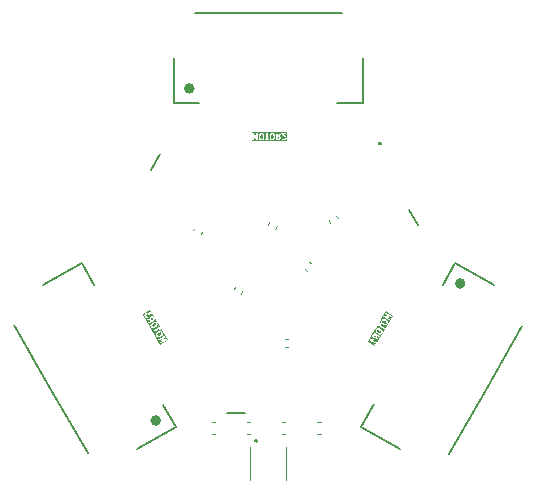
<source format=gbr>
%TF.GenerationSoftware,KiCad,Pcbnew,9.0.6-rc1*%
%TF.CreationDate,2025-10-31T17:35:14+01:00*%
%TF.ProjectId,PCB_BRUSHED,5043425f-4252-4555-9348-45442e6b6963,rev?*%
%TF.SameCoordinates,Original*%
%TF.FileFunction,Legend,Bot*%
%TF.FilePolarity,Positive*%
%FSLAX46Y46*%
G04 Gerber Fmt 4.6, Leading zero omitted, Abs format (unit mm)*
G04 Created by KiCad (PCBNEW 9.0.6-rc1) date 2025-10-31 17:35:14*
%MOMM*%
%LPD*%
G01*
G04 APERTURE LIST*
%ADD10C,0.125000*%
%ADD11C,0.120000*%
%ADD12C,0.200000*%
%ADD13C,0.400000*%
%ADD14C,0.100000*%
%ADD15C,0.254000*%
G04 APERTURE END LIST*
D10*
G36*
X129483785Y-85032866D02*
G01*
X129511990Y-85061071D01*
X129529736Y-85132052D01*
X129529736Y-85283327D01*
X129511990Y-85354308D01*
X129483785Y-85382513D01*
X129458434Y-85395190D01*
X129392703Y-85395190D01*
X129367354Y-85382515D01*
X129339147Y-85354308D01*
X129321403Y-85283329D01*
X129321403Y-85132050D01*
X129339147Y-85061071D01*
X129367354Y-85032864D01*
X129392703Y-85020190D01*
X129458434Y-85020190D01*
X129483785Y-85032866D01*
G37*
G36*
X130388547Y-85032866D02*
G01*
X130416752Y-85061071D01*
X130434498Y-85132052D01*
X130434498Y-85283327D01*
X130416752Y-85354308D01*
X130388547Y-85382513D01*
X130363196Y-85395190D01*
X130297465Y-85395190D01*
X130272116Y-85382515D01*
X130243909Y-85354308D01*
X130226165Y-85283329D01*
X130226165Y-85132050D01*
X130243909Y-85061071D01*
X130272116Y-85032864D01*
X130297465Y-85020190D01*
X130363196Y-85020190D01*
X130388547Y-85032866D01*
G37*
G36*
X130912358Y-85270961D02*
G01*
X130921823Y-85280426D01*
X130934498Y-85305776D01*
X130934498Y-85347698D01*
X130921823Y-85373048D01*
X130912358Y-85382513D01*
X130887006Y-85395190D01*
X130773784Y-85395190D01*
X130773784Y-85258285D01*
X130887006Y-85258285D01*
X130912358Y-85270961D01*
G37*
G36*
X131598189Y-85582690D02*
G01*
X128586283Y-85582690D01*
X128586283Y-84957690D01*
X128648783Y-84957690D01*
X128648783Y-85457690D01*
X128653541Y-85481608D01*
X128661395Y-85489462D01*
X128665191Y-85499900D01*
X128677644Y-85505711D01*
X128687365Y-85515432D01*
X128698474Y-85515432D01*
X128708539Y-85520129D01*
X128721456Y-85515432D01*
X128735201Y-85515432D01*
X128743055Y-85507577D01*
X128753493Y-85503782D01*
X128767919Y-85484120D01*
X128877949Y-85248340D01*
X128987980Y-85484121D01*
X129002406Y-85503783D01*
X129012845Y-85507579D01*
X129020698Y-85515432D01*
X129034441Y-85515432D01*
X129047360Y-85520130D01*
X129057427Y-85515432D01*
X129068534Y-85515432D01*
X129078252Y-85505713D01*
X129090708Y-85499901D01*
X129094504Y-85489461D01*
X129102358Y-85481608D01*
X129107116Y-85457690D01*
X129107116Y-85124357D01*
X129196403Y-85124357D01*
X129196403Y-85291023D01*
X129197896Y-85298532D01*
X129198269Y-85306181D01*
X129222078Y-85401419D01*
X129224970Y-85407540D01*
X129224970Y-85410178D01*
X129229223Y-85416544D01*
X129232495Y-85423469D01*
X129234757Y-85424826D01*
X129238518Y-85430455D01*
X129286137Y-85478074D01*
X129294468Y-85483640D01*
X129302380Y-85489781D01*
X129349999Y-85513592D01*
X129353018Y-85514418D01*
X129354032Y-85515432D01*
X129363857Y-85517386D01*
X129373519Y-85520032D01*
X129374878Y-85519578D01*
X129377950Y-85520190D01*
X129473188Y-85520190D01*
X129476259Y-85519578D01*
X129477619Y-85520032D01*
X129487275Y-85517387D01*
X129497106Y-85515432D01*
X129498120Y-85514417D01*
X129501139Y-85513591D01*
X129548758Y-85489781D01*
X129556669Y-85483640D01*
X129565001Y-85478074D01*
X129609303Y-85433772D01*
X129677352Y-85433772D01*
X129677352Y-85481608D01*
X129711176Y-85515432D01*
X129735094Y-85520190D01*
X130020808Y-85520190D01*
X130044726Y-85515432D01*
X130078550Y-85481608D01*
X130078550Y-85433772D01*
X130044726Y-85399948D01*
X130020808Y-85395190D01*
X129940451Y-85395190D01*
X129940451Y-85124357D01*
X130101165Y-85124357D01*
X130101165Y-85291023D01*
X130102658Y-85298532D01*
X130103031Y-85306181D01*
X130126840Y-85401419D01*
X130129732Y-85407540D01*
X130129732Y-85410178D01*
X130133985Y-85416544D01*
X130137257Y-85423469D01*
X130139519Y-85424826D01*
X130143280Y-85430455D01*
X130190899Y-85478074D01*
X130199230Y-85483640D01*
X130207142Y-85489781D01*
X130254761Y-85513592D01*
X130257780Y-85514418D01*
X130258794Y-85515432D01*
X130268619Y-85517386D01*
X130278281Y-85520032D01*
X130279640Y-85519578D01*
X130282712Y-85520190D01*
X130377950Y-85520190D01*
X130381021Y-85519578D01*
X130382381Y-85520032D01*
X130392037Y-85517387D01*
X130401868Y-85515432D01*
X130402882Y-85514417D01*
X130405901Y-85513591D01*
X130453520Y-85489781D01*
X130461431Y-85483640D01*
X130469763Y-85478074D01*
X130517382Y-85430455D01*
X130521141Y-85424827D01*
X130523405Y-85423470D01*
X130526678Y-85416541D01*
X130530930Y-85410178D01*
X130530930Y-85407541D01*
X130533822Y-85401420D01*
X130557632Y-85306182D01*
X130558004Y-85298532D01*
X130559498Y-85291023D01*
X130559498Y-85124357D01*
X130558004Y-85116847D01*
X130557632Y-85109198D01*
X130533822Y-85013960D01*
X130530930Y-85007838D01*
X130530930Y-85005202D01*
X130526678Y-84998838D01*
X130523405Y-84991910D01*
X130521141Y-84990552D01*
X130517382Y-84984925D01*
X130490147Y-84957690D01*
X130648784Y-84957690D01*
X130648784Y-85457690D01*
X130653542Y-85481608D01*
X130687366Y-85515432D01*
X130711284Y-85520190D01*
X130901760Y-85520190D01*
X130904831Y-85519578D01*
X130906191Y-85520032D01*
X130915847Y-85517387D01*
X130925678Y-85515432D01*
X130926692Y-85514417D01*
X130929711Y-85513591D01*
X130977330Y-85489781D01*
X130985238Y-85483642D01*
X130993572Y-85478075D01*
X131017382Y-85454266D01*
X131022946Y-85445938D01*
X131029091Y-85438021D01*
X131052900Y-85390403D01*
X131053726Y-85387383D01*
X131054740Y-85386370D01*
X131056694Y-85376542D01*
X131059340Y-85366882D01*
X131058887Y-85365523D01*
X131059498Y-85362452D01*
X131059498Y-85291023D01*
X131058887Y-85287951D01*
X131059340Y-85286593D01*
X131056694Y-85276932D01*
X131054740Y-85267105D01*
X131053726Y-85266091D01*
X131052900Y-85263072D01*
X131029091Y-85215454D01*
X131022946Y-85207536D01*
X131017382Y-85199209D01*
X130993572Y-85175400D01*
X130985238Y-85169832D01*
X130977330Y-85163694D01*
X130941594Y-85145825D01*
X131048200Y-84993531D01*
X131058018Y-84971208D01*
X131051412Y-84933772D01*
X131105923Y-84933772D01*
X131105923Y-84981608D01*
X131105925Y-84981610D01*
X131119471Y-85001884D01*
X131394751Y-85277164D01*
X131410689Y-85324977D01*
X131410689Y-85347698D01*
X131398014Y-85373047D01*
X131388548Y-85382513D01*
X131363197Y-85395190D01*
X131273656Y-85395190D01*
X131248307Y-85382515D01*
X131231669Y-85365877D01*
X131211392Y-85352329D01*
X131163558Y-85352329D01*
X131129733Y-85386154D01*
X131129733Y-85433988D01*
X131143281Y-85454265D01*
X131167090Y-85478074D01*
X131175421Y-85483640D01*
X131183333Y-85489781D01*
X131230952Y-85513592D01*
X131233971Y-85514418D01*
X131234985Y-85515432D01*
X131244810Y-85517386D01*
X131254472Y-85520032D01*
X131255831Y-85519578D01*
X131258903Y-85520190D01*
X131377951Y-85520190D01*
X131381022Y-85519578D01*
X131382382Y-85520032D01*
X131392038Y-85517387D01*
X131401869Y-85515432D01*
X131402883Y-85514417D01*
X131405902Y-85513591D01*
X131453521Y-85489781D01*
X131461432Y-85483640D01*
X131469764Y-85478074D01*
X131493573Y-85454265D01*
X131499139Y-85445933D01*
X131505280Y-85438022D01*
X131529091Y-85390403D01*
X131529917Y-85387383D01*
X131530931Y-85386370D01*
X131532885Y-85376544D01*
X131535531Y-85366883D01*
X131535077Y-85365523D01*
X131535689Y-85362452D01*
X131535689Y-85314833D01*
X131533734Y-85305007D01*
X131532482Y-85295069D01*
X131508672Y-85223640D01*
X131507122Y-85220921D01*
X131507122Y-85219487D01*
X131501553Y-85211152D01*
X131496594Y-85202454D01*
X131495312Y-85201813D01*
X131493573Y-85199210D01*
X131314553Y-85020190D01*
X131473189Y-85020190D01*
X131497107Y-85015432D01*
X131530931Y-84981608D01*
X131530931Y-84933772D01*
X131497107Y-84899948D01*
X131473189Y-84895190D01*
X131163665Y-84895190D01*
X131139747Y-84899948D01*
X131105923Y-84933772D01*
X131051412Y-84933772D01*
X131049705Y-84924102D01*
X131010517Y-84896670D01*
X130963410Y-84904983D01*
X130945796Y-84921848D01*
X130797791Y-85133285D01*
X130773784Y-85133285D01*
X130773784Y-84957690D01*
X130769026Y-84933772D01*
X130735202Y-84899948D01*
X130687366Y-84899948D01*
X130653542Y-84933772D01*
X130648784Y-84957690D01*
X130490147Y-84957690D01*
X130469763Y-84937306D01*
X130461431Y-84931739D01*
X130453520Y-84925599D01*
X130405901Y-84901789D01*
X130402882Y-84900962D01*
X130401868Y-84899948D01*
X130392037Y-84897992D01*
X130382381Y-84895348D01*
X130381021Y-84895801D01*
X130377950Y-84895190D01*
X130282712Y-84895190D01*
X130279640Y-84895801D01*
X130278281Y-84895348D01*
X130268619Y-84897993D01*
X130258794Y-84899948D01*
X130257780Y-84900961D01*
X130254761Y-84901788D01*
X130207142Y-84925599D01*
X130199230Y-84931739D01*
X130190899Y-84937306D01*
X130143280Y-84984925D01*
X130139519Y-84990553D01*
X130137257Y-84991911D01*
X130133985Y-84998835D01*
X130129732Y-85005202D01*
X130129732Y-85007839D01*
X130126840Y-85013961D01*
X130103031Y-85109199D01*
X130102658Y-85116847D01*
X130101165Y-85124357D01*
X129940451Y-85124357D01*
X129940451Y-84957690D01*
X129935693Y-84933772D01*
X129901869Y-84899948D01*
X129854033Y-84899948D01*
X129820209Y-84933772D01*
X129815451Y-84957690D01*
X129815451Y-85395190D01*
X129735094Y-85395190D01*
X129711176Y-85399948D01*
X129677352Y-85433772D01*
X129609303Y-85433772D01*
X129612620Y-85430455D01*
X129616379Y-85424827D01*
X129618643Y-85423470D01*
X129621916Y-85416541D01*
X129626168Y-85410178D01*
X129626168Y-85407541D01*
X129629060Y-85401420D01*
X129652870Y-85306182D01*
X129653242Y-85298532D01*
X129654736Y-85291023D01*
X129654736Y-85124357D01*
X129653242Y-85116847D01*
X129652870Y-85109198D01*
X129629060Y-85013960D01*
X129626168Y-85007838D01*
X129626168Y-85005202D01*
X129621916Y-84998838D01*
X129618643Y-84991910D01*
X129616379Y-84990552D01*
X129612620Y-84984925D01*
X129565001Y-84937306D01*
X129556669Y-84931739D01*
X129548758Y-84925599D01*
X129501139Y-84901789D01*
X129498120Y-84900962D01*
X129497106Y-84899948D01*
X129487275Y-84897992D01*
X129477619Y-84895348D01*
X129476259Y-84895801D01*
X129473188Y-84895190D01*
X129377950Y-84895190D01*
X129374878Y-84895801D01*
X129373519Y-84895348D01*
X129363857Y-84897993D01*
X129354032Y-84899948D01*
X129353018Y-84900961D01*
X129349999Y-84901788D01*
X129302380Y-84925599D01*
X129294468Y-84931739D01*
X129286137Y-84937306D01*
X129238518Y-84984925D01*
X129234757Y-84990553D01*
X129232495Y-84991911D01*
X129229223Y-84998835D01*
X129224970Y-85005202D01*
X129224970Y-85007839D01*
X129222078Y-85013961D01*
X129198269Y-85109199D01*
X129197896Y-85116847D01*
X129196403Y-85124357D01*
X129107116Y-85124357D01*
X129107116Y-84957690D01*
X129102358Y-84933772D01*
X129068534Y-84899948D01*
X129020698Y-84899948D01*
X128986874Y-84933772D01*
X128982116Y-84957690D01*
X128982116Y-85175966D01*
X128934586Y-85074117D01*
X128925057Y-85061130D01*
X128924042Y-85058337D01*
X128922469Y-85057603D01*
X128920160Y-85054455D01*
X128900064Y-85047147D01*
X128880694Y-85038108D01*
X128877950Y-85039105D01*
X128875206Y-85038108D01*
X128855835Y-85047147D01*
X128835740Y-85054455D01*
X128833430Y-85057603D01*
X128831858Y-85058337D01*
X128830842Y-85061130D01*
X128821314Y-85074117D01*
X128773783Y-85175968D01*
X128773783Y-84957690D01*
X128769025Y-84933772D01*
X128735201Y-84899948D01*
X128687365Y-84899948D01*
X128653541Y-84933772D01*
X128648783Y-84957690D01*
X128586283Y-84957690D01*
X128586283Y-84832690D01*
X131598189Y-84832690D01*
X131598189Y-85582690D01*
G37*
G36*
X120889635Y-101780418D02*
G01*
X120913290Y-101796036D01*
X120946154Y-101852957D01*
X120947852Y-101881251D01*
X120937528Y-101919782D01*
X120884929Y-101970640D01*
X120753919Y-102046278D01*
X120683578Y-102066400D01*
X120645047Y-102056075D01*
X120621394Y-102040458D01*
X120588530Y-101983535D01*
X120586832Y-101955241D01*
X120597156Y-101916713D01*
X120649753Y-101865856D01*
X120780764Y-101790217D01*
X120851107Y-101770094D01*
X120889635Y-101780418D01*
G37*
G36*
X120437254Y-100996871D02*
G01*
X120460909Y-101012489D01*
X120493773Y-101069410D01*
X120495471Y-101097704D01*
X120485147Y-101136235D01*
X120432551Y-101187091D01*
X120301538Y-101262731D01*
X120231197Y-101282852D01*
X120192666Y-101272529D01*
X120169013Y-101256912D01*
X120136149Y-101199988D01*
X120134451Y-101171695D01*
X120144775Y-101133167D01*
X120197375Y-101082307D01*
X120328383Y-101006670D01*
X120398726Y-100986547D01*
X120437254Y-100996871D01*
G37*
G36*
X120175349Y-100543238D02*
G01*
X120199004Y-100558857D01*
X120255615Y-100656909D01*
X120137052Y-100725361D01*
X120080440Y-100627308D01*
X120078742Y-100599015D01*
X120082206Y-100586086D01*
X120097824Y-100562432D01*
X120134127Y-100541473D01*
X120162421Y-100539774D01*
X120175349Y-100543238D01*
G37*
G36*
X121511746Y-102457591D02*
G01*
X120862226Y-102832591D01*
X120601684Y-102381319D01*
X120679348Y-102381319D01*
X120703266Y-102422747D01*
X120749470Y-102435127D01*
X120772563Y-102427289D01*
X120961595Y-102318150D01*
X120897156Y-102410238D01*
X120890673Y-102424983D01*
X120888763Y-102427259D01*
X120888913Y-102428986D01*
X120887342Y-102432562D01*
X120891061Y-102453619D01*
X120892918Y-102474914D01*
X120895154Y-102476791D01*
X120895662Y-102479667D01*
X120913176Y-102491923D01*
X120929552Y-102505672D01*
X120933433Y-102506098D01*
X120934855Y-102507093D01*
X120937781Y-102506576D01*
X120953793Y-102508335D01*
X121065763Y-102498572D01*
X120876729Y-102607711D01*
X120858394Y-102623791D01*
X120846014Y-102669995D01*
X120869932Y-102711423D01*
X120916136Y-102723803D01*
X120939229Y-102715965D01*
X121372242Y-102465965D01*
X121390576Y-102449885D01*
X121393450Y-102439158D01*
X121400594Y-102430650D01*
X121399399Y-102416955D01*
X121402957Y-102403681D01*
X121397404Y-102394062D01*
X121396439Y-102382995D01*
X121385909Y-102374154D01*
X121379039Y-102362254D01*
X121368312Y-102359379D01*
X121359805Y-102352237D01*
X121335564Y-102349574D01*
X121076357Y-102372174D01*
X121225532Y-102158996D01*
X121235347Y-102136671D01*
X121233415Y-102125733D01*
X121236290Y-102115005D01*
X121229417Y-102103102D01*
X121227027Y-102089566D01*
X121217925Y-102083197D01*
X121212372Y-102073578D01*
X121199095Y-102070020D01*
X121187834Y-102062140D01*
X121176895Y-102064071D01*
X121166167Y-102061197D01*
X121143075Y-102069036D01*
X120710063Y-102319035D01*
X120691728Y-102335115D01*
X120679348Y-102381319D01*
X120601684Y-102381319D01*
X120354168Y-101952609D01*
X120461449Y-101952609D01*
X120464639Y-102005753D01*
X120465432Y-102008781D01*
X120465062Y-102010165D01*
X120468281Y-102019651D01*
X120470822Y-102029343D01*
X120471893Y-102030293D01*
X120472900Y-102033258D01*
X120520519Y-102115737D01*
X120522583Y-102118091D01*
X120522871Y-102119495D01*
X120529995Y-102126541D01*
X120536599Y-102134071D01*
X120537982Y-102134441D01*
X120540209Y-102136644D01*
X120584638Y-102165978D01*
X120593916Y-102169761D01*
X120602899Y-102174191D01*
X120667948Y-102191621D01*
X120674702Y-102192063D01*
X120677009Y-102193344D01*
X120684639Y-102192715D01*
X120692282Y-102193216D01*
X120694566Y-102191897D01*
X120701313Y-102191341D01*
X120795696Y-102164342D01*
X120802503Y-102160840D01*
X120809757Y-102158379D01*
X120954095Y-102075045D01*
X120959851Y-102069996D01*
X120966289Y-102065850D01*
X121036863Y-101997611D01*
X121040717Y-101992046D01*
X121043004Y-101990727D01*
X121046391Y-101983856D01*
X121050751Y-101977565D01*
X121050795Y-101974927D01*
X121053790Y-101968855D01*
X121071218Y-101903807D01*
X121071872Y-101893817D01*
X121073236Y-101883888D01*
X121070047Y-101830743D01*
X121069253Y-101827713D01*
X121069624Y-101826329D01*
X121066406Y-101816850D01*
X121063865Y-101807153D01*
X121062791Y-101806200D01*
X121061785Y-101803237D01*
X121014165Y-101720758D01*
X121012101Y-101718404D01*
X121011814Y-101717000D01*
X121004693Y-101709957D01*
X120998086Y-101702423D01*
X120996700Y-101702051D01*
X120994475Y-101699851D01*
X120950047Y-101670517D01*
X120940771Y-101666734D01*
X120931787Y-101662304D01*
X120866737Y-101644874D01*
X120859982Y-101644431D01*
X120857676Y-101643151D01*
X120850045Y-101643779D01*
X120842403Y-101643279D01*
X120840118Y-101644597D01*
X120833372Y-101645154D01*
X120738989Y-101672153D01*
X120732180Y-101675654D01*
X120724928Y-101678116D01*
X120580591Y-101761451D01*
X120574836Y-101766497D01*
X120568397Y-101770645D01*
X120497823Y-101838883D01*
X120493967Y-101844447D01*
X120491683Y-101845767D01*
X120488295Y-101852635D01*
X120483935Y-101858930D01*
X120483890Y-101861567D01*
X120480897Y-101867638D01*
X120463467Y-101932688D01*
X120462811Y-101942681D01*
X120461449Y-101952609D01*
X120354168Y-101952609D01*
X120185017Y-101659631D01*
X120262681Y-101659631D01*
X120286599Y-101701059D01*
X120332803Y-101713439D01*
X120355896Y-101705601D01*
X120734781Y-101486850D01*
X120774960Y-101556442D01*
X120791040Y-101574776D01*
X120837244Y-101587157D01*
X120878671Y-101563239D01*
X120891052Y-101517034D01*
X120883213Y-101493942D01*
X120740357Y-101246506D01*
X120724277Y-101228171D01*
X120678073Y-101215791D01*
X120636645Y-101239709D01*
X120624265Y-101285913D01*
X120632103Y-101309006D01*
X120672281Y-101378597D01*
X120293396Y-101597347D01*
X120275061Y-101613427D01*
X120262681Y-101659631D01*
X120185017Y-101659631D01*
X119901787Y-101169062D01*
X120009068Y-101169062D01*
X120012258Y-101222206D01*
X120013051Y-101225234D01*
X120012681Y-101226618D01*
X120015900Y-101236104D01*
X120018441Y-101245796D01*
X120019512Y-101246746D01*
X120020519Y-101249711D01*
X120068138Y-101332190D01*
X120070202Y-101334544D01*
X120070490Y-101335947D01*
X120077610Y-101342990D01*
X120084218Y-101350524D01*
X120085601Y-101350894D01*
X120087828Y-101353097D01*
X120132257Y-101382432D01*
X120141531Y-101386214D01*
X120150519Y-101390646D01*
X120215567Y-101408074D01*
X120222321Y-101408516D01*
X120224628Y-101409797D01*
X120232259Y-101409168D01*
X120239902Y-101409669D01*
X120242186Y-101408349D01*
X120248932Y-101407794D01*
X120343315Y-101380795D01*
X120350123Y-101377293D01*
X120357376Y-101374832D01*
X120501714Y-101291499D01*
X120507472Y-101286448D01*
X120513909Y-101282303D01*
X120584482Y-101214065D01*
X120588337Y-101208499D01*
X120590623Y-101207180D01*
X120594010Y-101200310D01*
X120598370Y-101194018D01*
X120598414Y-101191380D01*
X120601409Y-101185308D01*
X120618837Y-101120260D01*
X120619491Y-101110270D01*
X120620855Y-101100341D01*
X120617666Y-101047196D01*
X120616872Y-101044166D01*
X120617243Y-101042782D01*
X120614025Y-101033303D01*
X120611484Y-101023606D01*
X120610410Y-101022653D01*
X120609404Y-101019690D01*
X120561784Y-100937211D01*
X120559720Y-100934857D01*
X120559433Y-100933453D01*
X120552312Y-100926410D01*
X120545705Y-100918876D01*
X120544319Y-100918504D01*
X120542094Y-100916304D01*
X120497666Y-100886970D01*
X120488390Y-100883187D01*
X120479406Y-100878757D01*
X120414356Y-100861327D01*
X120407601Y-100860884D01*
X120405295Y-100859604D01*
X120397664Y-100860232D01*
X120390022Y-100859732D01*
X120387737Y-100861050D01*
X120380991Y-100861607D01*
X120286608Y-100888606D01*
X120279799Y-100892107D01*
X120272547Y-100894569D01*
X120128210Y-100977904D01*
X120122454Y-100982951D01*
X120116015Y-100987099D01*
X120045441Y-101055338D01*
X120041586Y-101060902D01*
X120039302Y-101062221D01*
X120035915Y-101069088D01*
X120031554Y-101075384D01*
X120031509Y-101078021D01*
X120028516Y-101084092D01*
X120011086Y-101149140D01*
X120010430Y-101159135D01*
X120009068Y-101169062D01*
X119901787Y-101169062D01*
X119631639Y-100701153D01*
X119705518Y-100701153D01*
X119736270Y-100737792D01*
X119759683Y-100744613D01*
X120016794Y-100767071D01*
X120028798Y-100787862D01*
X119876729Y-100875659D01*
X119858394Y-100891739D01*
X119846014Y-100937943D01*
X119869932Y-100979371D01*
X119916136Y-100991751D01*
X119939229Y-100983913D01*
X120372242Y-100733913D01*
X120390576Y-100717833D01*
X120390576Y-100717832D01*
X120390577Y-100717832D01*
X120401509Y-100677031D01*
X120402957Y-100671629D01*
X120402956Y-100671628D01*
X120402957Y-100671628D01*
X120395118Y-100648535D01*
X120299879Y-100483579D01*
X120297816Y-100481227D01*
X120297529Y-100479822D01*
X120290404Y-100472775D01*
X120283800Y-100465244D01*
X120282415Y-100464872D01*
X120280190Y-100462672D01*
X120235761Y-100433337D01*
X120226480Y-100429552D01*
X120217500Y-100425124D01*
X120184977Y-100416409D01*
X120174982Y-100415753D01*
X120165055Y-100414391D01*
X120111911Y-100417581D01*
X120108882Y-100418374D01*
X120107498Y-100418004D01*
X120098014Y-100421223D01*
X120088321Y-100423764D01*
X120087369Y-100424836D01*
X120084406Y-100425843D01*
X120022547Y-100461556D01*
X120020192Y-100463620D01*
X120018789Y-100463908D01*
X120011742Y-100471032D01*
X120004213Y-100477636D01*
X120003842Y-100479019D01*
X120001640Y-100481246D01*
X119972305Y-100525676D01*
X119968521Y-100534954D01*
X119964092Y-100543937D01*
X119955377Y-100576460D01*
X119954721Y-100586455D01*
X119953359Y-100596382D01*
X119955752Y-100636263D01*
X119770561Y-100620087D01*
X119746319Y-100622746D01*
X119709680Y-100653498D01*
X119705518Y-100701153D01*
X119631639Y-100701153D01*
X119401787Y-100303037D01*
X119509068Y-100303037D01*
X119512258Y-100356181D01*
X119513051Y-100359209D01*
X119512681Y-100360593D01*
X119515900Y-100370079D01*
X119518441Y-100379771D01*
X119519512Y-100380721D01*
X119520519Y-100383686D01*
X119591947Y-100507404D01*
X119594011Y-100509758D01*
X119594299Y-100511162D01*
X119601419Y-100518204D01*
X119608027Y-100525739D01*
X119609411Y-100526110D01*
X119611637Y-100528311D01*
X119656066Y-100557645D01*
X119665344Y-100561428D01*
X119674327Y-100565858D01*
X119706852Y-100574573D01*
X119731186Y-100576168D01*
X119772612Y-100552251D01*
X119784993Y-100506045D01*
X119761075Y-100464619D01*
X119739204Y-100453833D01*
X119716475Y-100447742D01*
X119692824Y-100432126D01*
X119636149Y-100333963D01*
X119634451Y-100305669D01*
X119637915Y-100292741D01*
X119653532Y-100269087D01*
X119731075Y-100224317D01*
X119759369Y-100222619D01*
X119772297Y-100226083D01*
X119795950Y-100241701D01*
X119824288Y-100290782D01*
X119836005Y-100304143D01*
X119837153Y-100306476D01*
X119838434Y-100306912D01*
X119840368Y-100309117D01*
X119861617Y-100314811D01*
X119882433Y-100321903D01*
X119884426Y-100320922D01*
X119886572Y-100321498D01*
X119905615Y-100310503D01*
X119925358Y-100300795D01*
X119926827Y-100298256D01*
X119927999Y-100297580D01*
X119928671Y-100295071D01*
X119937576Y-100279689D01*
X119974780Y-100170490D01*
X120060674Y-100319262D01*
X120076754Y-100337596D01*
X120122958Y-100349977D01*
X120164385Y-100326059D01*
X120176766Y-100279854D01*
X120168927Y-100256762D01*
X120014166Y-99988707D01*
X120002447Y-99975344D01*
X120001301Y-99973014D01*
X120000020Y-99972577D01*
X119998086Y-99970372D01*
X119976829Y-99964676D01*
X119956021Y-99957587D01*
X119954028Y-99958567D01*
X119951882Y-99957992D01*
X119932835Y-99968988D01*
X119913096Y-99978695D01*
X119911626Y-99981232D01*
X119910454Y-99981910D01*
X119909781Y-99984421D01*
X119900878Y-99999801D01*
X119855989Y-100131553D01*
X119832709Y-100116182D01*
X119823425Y-100112396D01*
X119814448Y-100107969D01*
X119781923Y-100099254D01*
X119771930Y-100098599D01*
X119762002Y-100097236D01*
X119708858Y-100100426D01*
X119705829Y-100101219D01*
X119704445Y-100100849D01*
X119694960Y-100104068D01*
X119685268Y-100106609D01*
X119684316Y-100107681D01*
X119681352Y-100108688D01*
X119578255Y-100168211D01*
X119575900Y-100170275D01*
X119574497Y-100170563D01*
X119567457Y-100177680D01*
X119559920Y-100184291D01*
X119559548Y-100185676D01*
X119557348Y-100187902D01*
X119528014Y-100232330D01*
X119524229Y-100241611D01*
X119519801Y-100250591D01*
X119511086Y-100283116D01*
X119510430Y-100293109D01*
X119509068Y-100303037D01*
X119401787Y-100303037D01*
X119356273Y-100224204D01*
X120005793Y-99849204D01*
X121511746Y-102457591D01*
G37*
G36*
X139109161Y-102046351D02*
G01*
X139052550Y-102144404D01*
X139028897Y-102160022D01*
X139015969Y-102163486D01*
X138987674Y-102161787D01*
X138951372Y-102140828D01*
X138935754Y-102117173D01*
X138932290Y-102104245D01*
X138933988Y-102075952D01*
X138990599Y-101977899D01*
X139109161Y-102046351D01*
G37*
G36*
X139361283Y-101559578D02*
G01*
X139492295Y-101635217D01*
X139544892Y-101686074D01*
X139555215Y-101724600D01*
X139553516Y-101752896D01*
X139520651Y-101809819D01*
X139496999Y-101825437D01*
X139458469Y-101835760D01*
X139388128Y-101815638D01*
X139257115Y-101739998D01*
X139204519Y-101689141D01*
X139194195Y-101650613D01*
X139195893Y-101622319D01*
X139228759Y-101565396D01*
X139252412Y-101549778D01*
X139290940Y-101539455D01*
X139361283Y-101559578D01*
G37*
G36*
X139813664Y-100776031D02*
G01*
X139944676Y-100851670D01*
X139997272Y-100902526D01*
X140007596Y-100941057D01*
X140005898Y-100969349D01*
X139973032Y-101026272D01*
X139949379Y-101041890D01*
X139910852Y-101052214D01*
X139840508Y-101032090D01*
X139709496Y-100956451D01*
X139656900Y-100905594D01*
X139646576Y-100867066D01*
X139648274Y-100838772D01*
X139681140Y-100781849D01*
X139704793Y-100766231D01*
X139743321Y-100755908D01*
X139813664Y-100776031D01*
G37*
G36*
X140571490Y-100364718D02*
G01*
X139067915Y-102968985D01*
X138418395Y-102593984D01*
X138518569Y-102420477D01*
X138596234Y-102420477D01*
X138600944Y-102438057D01*
X138602116Y-102456219D01*
X138606948Y-102460466D01*
X138608614Y-102466681D01*
X138626949Y-102482761D01*
X139005834Y-102701509D01*
X138965656Y-102771102D01*
X138957818Y-102794195D01*
X138970198Y-102840399D01*
X139011626Y-102864317D01*
X139057830Y-102851937D01*
X139073910Y-102833602D01*
X139216766Y-102586166D01*
X139224605Y-102563074D01*
X139212224Y-102516869D01*
X139170797Y-102492951D01*
X139124593Y-102505332D01*
X139108513Y-102523666D01*
X139068334Y-102593256D01*
X138837742Y-102460123D01*
X138843353Y-102457836D01*
X138887782Y-102428501D01*
X138905121Y-102411351D01*
X138914710Y-102364488D01*
X138888352Y-102324568D01*
X138841489Y-102314979D01*
X138818908Y-102324187D01*
X138782941Y-102347934D01*
X138733668Y-102361137D01*
X138654177Y-102366264D01*
X138630614Y-102372551D01*
X138626366Y-102377383D01*
X138620152Y-102379049D01*
X138611053Y-102394809D01*
X138599037Y-102408482D01*
X138599451Y-102414904D01*
X138596234Y-102420477D01*
X138518569Y-102420477D01*
X138699625Y-102106879D01*
X138806907Y-102106879D01*
X138808269Y-102116805D01*
X138808925Y-102126801D01*
X138817640Y-102159324D01*
X138822068Y-102168303D01*
X138825852Y-102177584D01*
X138855186Y-102222014D01*
X138857389Y-102224241D01*
X138857760Y-102225625D01*
X138865289Y-102232228D01*
X138872335Y-102239352D01*
X138873738Y-102239639D01*
X138876094Y-102241705D01*
X138937953Y-102277418D01*
X138940916Y-102278424D01*
X138941868Y-102279497D01*
X138951561Y-102282037D01*
X138961045Y-102285257D01*
X138962429Y-102284886D01*
X138965458Y-102285680D01*
X139018602Y-102288870D01*
X139028530Y-102287506D01*
X139038523Y-102286852D01*
X139071048Y-102278137D01*
X139080025Y-102273709D01*
X139089309Y-102269924D01*
X139122649Y-102247910D01*
X139201237Y-102416379D01*
X139215661Y-102436044D01*
X139260612Y-102452398D01*
X139303964Y-102432175D01*
X139320318Y-102387224D01*
X139314519Y-102363536D01*
X139205412Y-102129641D01*
X139217415Y-102108851D01*
X139369486Y-102196649D01*
X139392578Y-102204488D01*
X139438783Y-102192107D01*
X139462701Y-102150680D01*
X139450320Y-102104476D01*
X139431986Y-102088396D01*
X138998973Y-101838396D01*
X138975880Y-101830558D01*
X138929676Y-101842938D01*
X138913596Y-101861273D01*
X138818358Y-102026230D01*
X138817351Y-102029194D01*
X138816280Y-102030145D01*
X138813739Y-102039836D01*
X138810520Y-102049323D01*
X138810890Y-102050706D01*
X138810097Y-102053735D01*
X138806907Y-102106879D01*
X138699625Y-102106879D01*
X138961530Y-101653246D01*
X139068812Y-101653246D01*
X139070174Y-101663173D01*
X139070830Y-101673167D01*
X139088260Y-101738217D01*
X139091253Y-101744287D01*
X139091298Y-101746925D01*
X139095659Y-101753220D01*
X139099046Y-101760088D01*
X139101330Y-101761406D01*
X139105185Y-101766971D01*
X139175758Y-101835210D01*
X139182195Y-101839356D01*
X139187953Y-101844406D01*
X139332291Y-101927739D01*
X139339543Y-101930200D01*
X139346352Y-101933702D01*
X139440735Y-101960701D01*
X139447480Y-101961256D01*
X139449765Y-101962576D01*
X139457409Y-101962075D01*
X139465039Y-101962704D01*
X139467343Y-101961424D01*
X139474099Y-101960982D01*
X139539148Y-101943553D01*
X139548135Y-101939121D01*
X139557410Y-101935339D01*
X139601839Y-101906004D01*
X139604064Y-101903803D01*
X139605449Y-101903432D01*
X139612056Y-101895897D01*
X139619178Y-101888854D01*
X139619465Y-101887450D01*
X139621529Y-101885097D01*
X139669148Y-101802619D01*
X139670154Y-101799654D01*
X139671226Y-101798704D01*
X139673766Y-101789012D01*
X139676986Y-101779526D01*
X139676615Y-101778142D01*
X139677409Y-101775114D01*
X139680599Y-101721968D01*
X139679236Y-101712047D01*
X139678582Y-101702049D01*
X139661152Y-101637000D01*
X139658158Y-101630929D01*
X139658114Y-101628291D01*
X139653751Y-101621993D01*
X139650366Y-101615129D01*
X139648082Y-101613810D01*
X139644226Y-101608244D01*
X139573653Y-101540006D01*
X139567216Y-101535860D01*
X139561458Y-101530810D01*
X139417120Y-101447477D01*
X139409870Y-101445016D01*
X139403060Y-101441514D01*
X139308677Y-101414514D01*
X139301929Y-101413957D01*
X139299645Y-101412639D01*
X139292003Y-101413139D01*
X139284373Y-101412511D01*
X139282066Y-101413791D01*
X139275311Y-101414234D01*
X139210262Y-101431664D01*
X139201281Y-101436092D01*
X139192001Y-101439877D01*
X139147572Y-101469212D01*
X139145346Y-101471412D01*
X139143962Y-101471784D01*
X139137350Y-101479322D01*
X139130234Y-101486362D01*
X139129946Y-101487764D01*
X139127883Y-101490118D01*
X139080263Y-101572597D01*
X139079256Y-101575561D01*
X139078185Y-101576512D01*
X139075645Y-101586200D01*
X139072425Y-101595689D01*
X139072795Y-101597073D01*
X139072002Y-101600102D01*
X139068812Y-101653246D01*
X138961530Y-101653246D01*
X139173331Y-101286396D01*
X139250996Y-101286396D01*
X139263376Y-101332600D01*
X139304804Y-101356518D01*
X139351008Y-101344138D01*
X139367088Y-101325803D01*
X139407266Y-101256211D01*
X139786152Y-101474961D01*
X139809244Y-101482800D01*
X139855449Y-101470419D01*
X139879367Y-101428992D01*
X139866986Y-101382788D01*
X139848652Y-101366708D01*
X139469766Y-101147957D01*
X139509944Y-101078367D01*
X139517783Y-101055275D01*
X139505402Y-101009070D01*
X139463975Y-100985152D01*
X139417771Y-100997533D01*
X139401691Y-101015867D01*
X139258834Y-101263303D01*
X139250996Y-101286396D01*
X139173331Y-101286396D01*
X139413911Y-100869699D01*
X139521193Y-100869699D01*
X139522555Y-100879626D01*
X139523211Y-100889620D01*
X139540641Y-100954670D01*
X139543634Y-100960740D01*
X139543679Y-100963378D01*
X139548040Y-100969673D01*
X139551427Y-100976541D01*
X139553711Y-100977859D01*
X139557566Y-100983424D01*
X139628139Y-101051663D01*
X139634576Y-101055809D01*
X139640334Y-101060859D01*
X139784672Y-101144192D01*
X139791921Y-101146652D01*
X139798732Y-101150155D01*
X139893115Y-101177155D01*
X139899862Y-101177711D01*
X139902147Y-101179030D01*
X139909788Y-101178529D01*
X139917419Y-101179158D01*
X139919725Y-101177877D01*
X139926481Y-101177435D01*
X139991531Y-101160005D01*
X140000513Y-101155575D01*
X140009791Y-101151792D01*
X140054220Y-101122457D01*
X140056445Y-101120256D01*
X140057830Y-101119885D01*
X140064437Y-101112350D01*
X140071559Y-101105307D01*
X140071846Y-101103903D01*
X140073910Y-101101550D01*
X140121529Y-101019072D01*
X140122535Y-101016107D01*
X140123607Y-101015157D01*
X140126147Y-101005465D01*
X140129367Y-100995979D01*
X140128996Y-100994595D01*
X140129790Y-100991567D01*
X140132980Y-100938423D01*
X140131616Y-100928494D01*
X140130962Y-100918502D01*
X140113534Y-100853454D01*
X140110539Y-100847381D01*
X140110495Y-100844744D01*
X140106135Y-100838451D01*
X140102748Y-100831582D01*
X140100462Y-100830262D01*
X140096607Y-100824697D01*
X140026034Y-100756459D01*
X140019597Y-100752313D01*
X140013839Y-100747263D01*
X139869501Y-100663930D01*
X139862251Y-100661469D01*
X139855441Y-100657967D01*
X139761058Y-100630967D01*
X139754310Y-100630410D01*
X139752026Y-100629092D01*
X139744384Y-100629592D01*
X139736754Y-100628964D01*
X139734447Y-100630244D01*
X139727692Y-100630687D01*
X139662643Y-100648117D01*
X139653662Y-100652545D01*
X139644382Y-100656330D01*
X139599953Y-100685665D01*
X139597727Y-100687865D01*
X139596343Y-100688237D01*
X139589731Y-100695775D01*
X139582615Y-100702815D01*
X139582327Y-100704217D01*
X139580264Y-100706571D01*
X139532644Y-100789050D01*
X139531637Y-100792014D01*
X139530566Y-100792965D01*
X139528026Y-100802653D01*
X139524806Y-100812142D01*
X139525176Y-100813526D01*
X139524383Y-100816555D01*
X139521193Y-100869699D01*
X139413911Y-100869699D01*
X139661427Y-100440989D01*
X139739092Y-100440989D01*
X139742649Y-100454266D01*
X139741456Y-100467958D01*
X139748597Y-100476463D01*
X139751472Y-100487193D01*
X139769807Y-100503273D01*
X140202819Y-100753272D01*
X140225911Y-100761111D01*
X140272116Y-100748730D01*
X140296034Y-100707303D01*
X140283653Y-100661099D01*
X140265319Y-100645019D01*
X140076287Y-100535881D01*
X140188256Y-100545644D01*
X140204267Y-100543885D01*
X140207194Y-100544402D01*
X140208615Y-100543407D01*
X140212497Y-100542981D01*
X140228875Y-100529230D01*
X140246387Y-100516976D01*
X140246894Y-100514101D01*
X140249132Y-100512223D01*
X140250989Y-100490917D01*
X140254707Y-100469871D01*
X140253136Y-100466298D01*
X140253287Y-100464568D01*
X140251373Y-100462289D01*
X140244892Y-100447546D01*
X140180452Y-100355458D01*
X140369486Y-100464597D01*
X140392578Y-100472436D01*
X140438783Y-100460055D01*
X140462701Y-100418628D01*
X140450320Y-100372424D01*
X140431986Y-100356344D01*
X139998973Y-100106344D01*
X139975880Y-100098506D01*
X139965150Y-100101380D01*
X139954214Y-100099449D01*
X139942954Y-100107328D01*
X139929676Y-100110886D01*
X139924121Y-100120506D01*
X139915021Y-100126875D01*
X139912630Y-100140410D01*
X139905758Y-100152314D01*
X139908632Y-100163043D01*
X139906701Y-100173980D01*
X139916515Y-100196304D01*
X140065690Y-100409482D01*
X139806486Y-100386882D01*
X139782245Y-100389545D01*
X139773739Y-100396686D01*
X139763010Y-100399561D01*
X139756137Y-100411465D01*
X139745611Y-100420303D01*
X139744646Y-100431368D01*
X139739092Y-100440989D01*
X139661427Y-100440989D01*
X139921970Y-99989717D01*
X140571490Y-100364718D01*
G37*
D11*
%TO.C,C5*%
X134134420Y-109340000D02*
X134415580Y-109340000D01*
X134134420Y-110360000D02*
X134415580Y-110360000D01*
%TO.C,C28*%
X135246148Y-92480316D02*
X135130313Y-92279684D01*
X135869687Y-92120316D02*
X135753852Y-91919684D01*
%TO.C,C2*%
X128184420Y-109340000D02*
X128465580Y-109340000D01*
X128184420Y-110360000D02*
X128465580Y-110360000D01*
%TO.C,C26*%
X133069684Y-96428852D02*
X133270316Y-96544687D01*
X133429684Y-95805313D02*
X133630316Y-95921148D01*
D12*
%TO.C,J4*%
X137821994Y-109753203D02*
X138920494Y-107850545D01*
X137821994Y-109753203D02*
X141112890Y-111653203D01*
X145821994Y-95896797D02*
X144750994Y-97751823D01*
X145821994Y-95896797D02*
X149112890Y-97796797D01*
X148403787Y-106625000D02*
X145266287Y-112059309D01*
X148403787Y-106625000D02*
X151509787Y-101245250D01*
D13*
X146470065Y-97635130D02*
G75*
G02*
X145995685Y-97635130I-237190J0D01*
G01*
X145995685Y-97635130D02*
G75*
G02*
X146470065Y-97635130I237190J0D01*
G01*
D11*
%TO.C,C35*%
X123754446Y-92916153D02*
X123638611Y-93116785D01*
X124377985Y-93276153D02*
X124262150Y-93476785D01*
D12*
%TO.C,IC3*%
X126525000Y-108600000D02*
X128050000Y-108600000D01*
%TO.C,J2*%
X122000000Y-82350000D02*
X122000000Y-78550000D01*
X122000000Y-82350000D02*
X124142000Y-82350000D01*
X130000000Y-74750000D02*
X123788000Y-74750000D01*
X130000000Y-74750000D02*
X136275000Y-74750000D01*
X138000000Y-82350000D02*
X135803000Y-82350000D01*
X138000000Y-82350000D02*
X138000000Y-78550000D01*
D13*
X123537190Y-81125000D02*
G75*
G02*
X123062810Y-81125000I-237190J0D01*
G01*
X123062810Y-81125000D02*
G75*
G02*
X123537190Y-81125000I237190J0D01*
G01*
D12*
%TO.C,J10*%
X111596213Y-106625000D02*
X108458713Y-101190691D01*
X111596213Y-106625000D02*
X114702213Y-112004750D01*
X114178006Y-95896797D02*
X110887110Y-97796797D01*
X114178006Y-95896797D02*
X115276505Y-97799455D01*
X122178006Y-109753203D02*
X118887110Y-111653203D01*
X122178006Y-109753203D02*
X121107006Y-107898177D01*
D13*
X120704315Y-109239870D02*
G75*
G02*
X120229935Y-109239870I-237190J0D01*
G01*
X120229935Y-109239870D02*
G75*
G02*
X120704315Y-109239870I237190J0D01*
G01*
D14*
%TO.C,IC1*%
X128475000Y-111450000D02*
X128475000Y-114250000D01*
D12*
X128875000Y-110950000D02*
X128875000Y-110950000D01*
X129075000Y-110950000D02*
X129075000Y-110950000D01*
D14*
X131475000Y-111450000D02*
X131475000Y-114250000D01*
D12*
X128875000Y-110950000D02*
G75*
G02*
X129075000Y-110950000I100000J0D01*
G01*
X129075000Y-110950000D02*
G75*
G02*
X128875000Y-110950000I-100000J0D01*
G01*
%TO.C,IC2*%
X142650266Y-92709438D02*
X141887766Y-91388750D01*
D11*
%TO.C,C16*%
X130071148Y-92444684D02*
X129955313Y-92645316D01*
X130694687Y-92804684D02*
X130578852Y-93005316D01*
%TO.C,C10*%
X127171148Y-97944684D02*
X127055313Y-98145316D01*
X127794687Y-98304684D02*
X127678852Y-98505316D01*
D15*
%TO.C,J6*%
X139497732Y-85793380D02*
G75*
G02*
X139377532Y-85793380I-60100J0D01*
G01*
X139377532Y-85793380D02*
G75*
G02*
X139497732Y-85793380I60100J0D01*
G01*
D11*
%TO.C,C6*%
X131440580Y-109340000D02*
X131159420Y-109340000D01*
X131440580Y-110360000D02*
X131159420Y-110360000D01*
%TO.C,C1*%
X125465580Y-109365000D02*
X125184420Y-109365000D01*
X125465580Y-110385000D02*
X125184420Y-110385000D01*
%TO.C,C31*%
X131409165Y-102315000D02*
X131640835Y-102315000D01*
X131409165Y-103035000D02*
X131640835Y-103035000D01*
D12*
%TO.C,IC4*%
X120824734Y-86690561D02*
X120062235Y-88011250D01*
%TD*%
M02*

</source>
